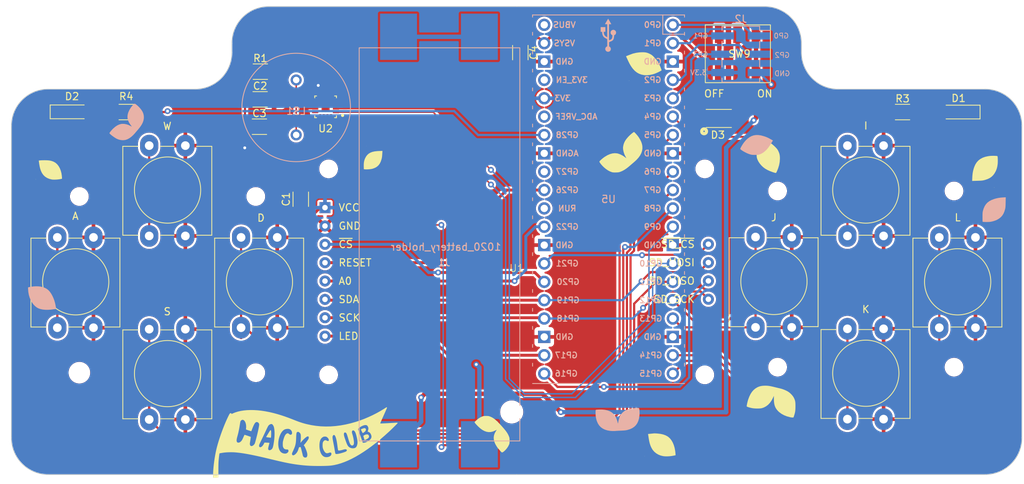
<source format=kicad_pcb>
(kicad_pcb (version 20240108) (generator "pcbnew") (generator_version "8.0")
  (layers (0 "F.Cu" signal) (31 "B.Cu" signal) (34 "B.Paste" user) (35 "F.Paste" user) (36 "B.SilkS" user "B.Silkscreen") (37 "F.SilkS" user "F.Silkscreen") (38 "B.Mask" user) (39 "F.Mask" user) (44 "Edge.Cuts" user))
  (net 0 "")
  (net 1 "+3V3")
  (net 2 "GND")
  (net 3 "Net-(D3-K)")
  (net 4 "Net-(D1-A)")
  (net 5 "Net-(D2-A)")
  (net 6 "Net-(D3-A)")
  (net 7 "Net-(J1-Pin_2)")
  (net 8 "Net-(J1-Pin_4)")
  (net 9 "Net-(U2-OUTN)")
  (net 10 "Net-(U2-OUTP)")
  (net 11 "LED_R")
  (net 12 "BTN_W")
  (net 13 "BTN_A")
  (net 14 "BTN_S")
  (net 15 "BTN_D")
  (net 16 "BTN_I")
  (net 17 "BTN_J")
  (net 18 "BTN_K")
  (net 19 "BTN_L")
  (net 20 "Net-(U2-~{SD_MODE})")
  (net 21 "LITE")
  (net 22 "MISO")
  (net 23 "SCK")
  (net 24 "MOSI")
  (net 25 "TFT_CS")
  (net 26 "CARD_CS")
  (net 27 "D{slash}C")
  (net 28 "RESET")
  (net 29 "DIN")
  (net 30 "unconnected-(SW9-A-Pad1)")
  (net 31 "LRCLK")
  (net 32 "BCLK")
  (net 33 "LED_L")
  (net 38 "+5V")
  (net 40 "GPIO0")
  (net 41 "GPIO1")
  (net 42 "GPIO2")
  (net 43 "GPIO3")
  (footprint "Button_Switch_THT:SW_PUSH-12mm_Wuerth-430476085716" (layer "F.Cu") (at 114.3 104.14 90)
    (property "Reference" "SW4" (hide yes))
    (property "Value" "D")
  )
  (footprint "fab:Diode_Schotky_100V_1A_Mini_SMA" (layer "F.Cu") (at 180.34 75.184)
    (property "Reference" "D3")
    (property "Value" "SD1206T020S1R0")
  )
  (footprint "local:QFN50P300X300X80-17N" (layer "F.Cu") (at 125.984 73.571 180)
    (property "Reference" "U2")
    (property "Value" "MAX98357AETE+")
  )
  (footprint "Button_Switch_THT:SW_PUSH-12mm_Wuerth-430476085716" (layer "F.Cu") (at 210.82 104.14 90)
    (property "Reference" "SW8" (hide yes))
    (property "Value" "L")
  )
  (footprint "Button_Switch_THT:SW_PUSH-12mm_Wuerth-430476085716" (layer "F.Cu") (at 101.6 116.84 90)
    (property "Reference" "SW3" (hide yes))
    (property "Value" "S")
  )
  (footprint "" (layer "F.Cu") (at 212.852 85.217)
    (property "Reference" "")
    (property "Value" "")
  )
  (footprint "graphics:hcflag" (layer "F.Cu") (at 123.19 120.015)
    (property "Reference" "G***" (hide yes))
    (property "Value" "LOGO" (hide yes))
  )
  (footprint "fab:C_1206" (layer "F.Cu") (at 116.935 72.5424)
    (property "Reference" "C2")
    (property "Value" "10uF")
  )
  (footprint "fab:C_1206" (layer "F.Cu") (at 122.555 86.36 90)
    (property "Reference" "C1")
    (property "Value" "1uF")
  )
  (footprint "" (layer "F.Cu") (at 91.948 110.363)
    (property "Reference" "")
    (property "Value" "")
  )
  (footprint "graphics:frontleaves" (layer "F.Cu") (at 152.4 93.98)
    (property "Reference" "G***" (hide yes))
    (property "Value" "LOGO" (hide yes))
  )
  (footprint "" (layer "F.Cu") (at 116.332 85.979)
    (property "Reference" "")
    (property "Value" "")
  )
  (footprint "fab:R_1206" (layer "F.Cu") (at 205.74 74.295)
    (property "Reference" "R3")
    (property "Value" "1k")
  )
  (footprint "" (layer "F.Cu") (at 188.468 109.601)
    (property "Reference" "")
    (property "Value" "")
  )
  (footprint "" (layer "F.Cu") (at 91.948 85.979)
    (property "Reference" "")
    (property "Value" "")
  )
  (footprint "Button_Switch_THT:SW_PUSH-12mm_Wuerth-430476085716" (layer "F.Cu") (at 198.12 91.44 90)
    (property "Reference" "SW5" (hide yes))
    (property "Value" "I")
  )
  (footprint "fab:R_1206" (layer "F.Cu") (at 116.967 68.707)
    (property "Reference" "R1")
    (property "Value" "1M")
  )
  (footprint "Button_Switch_THT:SW_PUSH-12mm_Wuerth-430476085716" (layer "F.Cu") (at 198.12 116.79 90)
    (property "Reference" "SW7" (hide yes))
    (property "Value" "K")
  )
  (footprint "graphics:sprout_dino" (layer "F.Cu") (at 218.44 121.92)
    (property "Reference" "G***" (hide yes))
    (property "Value" "LOGO" (hide yes))
  )
  (footprint "Button_Switch_THT:SW_PUSH-12mm_Wuerth-430476085716" (layer "F.Cu") (at 101.6 91.44 90)
    (property "Reference" "SW1" (hide yes))
    (property "Value" "W")
  )
  (footprint "" (layer "F.Cu") (at 116.332 110.363)
    (property "Reference" "")
    (property "Value" "")
  )
  (footprint "Button_Switch_THT:SW_PUSH-12mm_Wuerth-430476085716" (layer "F.Cu") (at 88.9 104.14 90)
    (property "Reference" "SW2" (hide yes))
    (property "Value" "A")
  )
  (footprint "" (layer "F.Cu") (at 212.852 109.601)
    (property "Reference" "")
    (property "Value" "")
  )
  (footprint "fab:LED_1206" (layer "F.Cu") (at 91.0148 74.2696)
    (property "Reference" "D2")
    (property "Value" "L_LED")
  )
  (footprint "fab:C_1206" (layer "F.Cu") (at 116.84 76.327)
    (property "Reference" "C3")
    (property "Value" "0.1uF")
  )
  (footprint "fab:C_1206" (layer "F.Cu") (at 152.908 66.072 -90)
    (property "Reference" "C4")
    (property "Value" "1uF")
  )
  (footprint "slideSWSMD:slideswitchCK" (layer "F.Cu") (at 178.475 62.23)
    (property "Reference" "SW9")
    (property "Value" "Slideswitch")
  )
  (footprint "fab:LED_1206" (layer "F.Cu") (at 213.36 74.295 180)
    (property "Reference" "D1")
    (property "Value" "R_LED")
  )
  (footprint "Button_Switch_THT:SW_PUSH-12mm_Wuerth-430476085716" (layer "F.Cu") (at 185.42 104.09 90)
    (property "Reference" "SW6" (hide yes))
    (property "Value" "J")
  )
  (footprint "graphics:spriglogo" (layer "F.Cu") (at 137.16 66.675)
    (property "Reference" "G***" (hide yes))
    (property "Value" "LOGO" (hide yes))
  )
  (footprint "fab:R_1206" (layer "F.Cu") (at 98.425 74.295 180)
    (property "Reference" "R4")
    (property "Value" "1k")
  )
  (footprint "sprig:TFT_MSP1803" (layer "F.Cu") (at 152.4 96.411051)
    (property "Reference" "U1")
    (property "Value" "~")
  )
  (footprint "" (layer "F.Cu") (at 188.468 85.217)
    (property "Reference" "")
    (property "Value" "")
  )
  (footprint "fab:CVS-1508" (layer "B.Cu") (at 121.92 73.66)
    (property "Reference" "LS1")
    (property "Value" "Speaker")
  )
  (footprint "fab:PinHeader_2x03_P2.54mm_Vertical_SMD" (layer "B.Cu") (at 183.388 66.294 180)
    (property "Reference" "J2")
    (property "Value" "Conn_PinHeader_2x03_P2.54mm_Vertical_SMD")
  )
  (footprint "graphics:happyhacking" (layer "B.Cu") (at 202 121.92 180)
    (property "Reference" "G***" (hide yes))
    (property "Value" "LOGO" (hide yes))
  )
  (footprint "footprints:usb" (layer "B.Cu") (at 165.1 63.5 180)
    (property "Reference" "Ref**" (hide yes))
    (property "Value" "Val**" (hide yes))
  )
  (footprint "local:1022" (layer "B.Cu") (at 143.51 94.2086 90)
    (property "Reference" "J1")
    (property "Value" "1020_battery_holder")
  )
  (footprint "graphics:backleaves" (layer "B.Cu") (at 152.908 91.948 180)
    (property "Reference" "G***" (hide yes))
    (property "Value" "LOGO" (hide yes))
  )
  (footprint "graphics:hackaf" (layer "B.Cu") (at 100 121.412 180)
    (property "Reference" "G***" (hide yes))
    (property "Value" "LOGO" (hide yes))
  )
  (footprint "graphics:oshlogo" (layer "B.Cu") (at 117 121.412 180)
    (property "Reference" "G***" (hide yes))
    (property "Value" "LOGO" (hide yes))
  )
  (footprint "fab:RPi_Pico_SMD_TH_mod" (layer "B.Cu") (at 165.1 86.36 180)
    (property "Reference" "U5")
    (property "Value" "Pico")
  )
  (gr_circle (center 178.308 76.962) (end 178.408 76.962) (stroke (width 0.45)) (fill none) (layer "F.SilkS"))
  (gr_line (start 196.850002 71.120002) (end 217.17 71.12) (stroke (width 0.1)) (layer "Edge.Cuts"))
  (gr_line (start 118.11 59.69) (end 152.4 59.69) (stroke (width 0.1)) (layer "Edge.Cuts"))
  (gr_line (start 186.69 59.69) (end 152.4 59.69) (stroke (width 0.1)) (layer "Edge.Cuts"))
  (gr_arc (start 87.63 124.46) (mid 84.037898 122.972102) (end 82.55 119.38) (stroke (width 0.1)) (layer "Edge.Cuts"))
  (gr_line (start 87.63 71.12) (end 107.950002 71.120002) (stroke (width 0.1)) (layer "Edge.Cuts"))
  (gr_line (start 152.4 124.46) (end 217.17 124.46) (stroke (width 0.1)) (layer "Edge.Cuts"))
  (gr_line (start 222.25 119.38) (end 222.25 76.2) (stroke (width 0.1)) (layer "Edge.Cuts"))
  (gr_line (start 191.77 64.77) (end 191.770002 66.040002) (stroke (width 0.1)) (layer "Edge.Cuts"))
  (gr_arc (start 222.25 119.38) (mid 220.762102 122.972102) (end 217.17 124.46) (stroke (width 0.1)) (layer "Edge.Cuts"))
  (gr_line (start 113.03 64.77) (end 113.030002 66.040002) (stroke (width 0.1)) (layer "Edge.Cuts"))
  (gr_arc (start 113.030002 66.040002) (mid 111.542104 69.632104) (end 107.950002 71.120002) (stroke (width 0.1)) (layer "Edge.Cuts"))
  (gr_arc (start 186.69 59.69) (mid 190.282102 61.177898) (end 191.77 64.77) (stroke (width 0.1)) (layer "Edge.Cuts"))
  (gr_arc (start 196.850002 71.120002) (mid 193.2579 69.632104) (end 191.770002 66.040002) (stroke (width 0.1)) (layer "Edge.Cuts"))
  (gr_arc (start 217.17 71.12) (mid 220.762102 72.607898) (end 222.25 76.2) (stroke (width 0.1)) (layer "Edge.Cuts"))
  (gr_line (start 82.55 76.2) (end 82.55 119.38) (stroke (width 0.1)) (layer "Edge.Cuts"))
  (gr_arc (start 82.55 76.2) (mid 84.037898 72.607898) (end 87.63 71.12) (stroke (width 0.1)) (layer "Edge.Cuts"))
  (gr_arc (start 113.03 64.77) (mid 114.517898 61.177898) (end 118.11 59.69) (stroke (width 0.1)) (layer "Edge.Cuts"))
  (gr_line (start 152.4 124.46) (end 87.63 124.46) (stroke (width 0.1)) (layer "Edge.Cuts"))
  (gr_text "3.3V" (at 177.546 68.834 0) (layer "B.SilkS") (effects (font (size 0.7 0.7) (thickness 0.1)) (justify mirror)))
  (gr_text "GND" (at 189.103 68.961 0) (layer "B.SilkS") (effects (font (size 0.7 0.7) (thickness 0.1)) (justify mirror)))
  (gr_text "GP0" (at 171.196 62.23 0) (layer "B.SilkS") (effects (font (size 0.8 0.8)) (justify mirror)))
  (gr_text "GP3" (at 177.8 66.294 0) (layer "B.SilkS") (effects (font (size 0.7 0.7) (thickness 0.1)) (justify mirror)))
  (gr_text "GP2" (at 189.103 66.421 0) (layer "B.SilkS") (effects (font (size 0.7 0.7) (thickness 0.1)) (justify mirror)))
  (gr_text "GP1" (at 177.8 63.754 0) (layer "B.SilkS") (effects (font (size 0.7 0.7) (thickness 0.1)) (justify mirror)))
  (gr_text "GP0" (at 188.976 63.754 0) (layer "B.SilkS") (effects (font (size 0.7 0.7) (thickness 0.1)) (justify mirror)))
  (gr_text "OFF\n" (at 179.705 71.755 0) (layer "F.SilkS") (effects (font (size 1 1))))
  (gr_text "ON\n" (at 186.69 71.755 0) (layer "F.SilkS") (effects (font (size 1 1))))
  (segment (start 125.234 72.136) (end 125.476 72.136) (width 0.3) (layer "F.Cu") (net 1))
  (segment (start 114.84 72.6374) (end 114.935 72.5424) (width 0.3) (layer "F.Cu") (net 1))
  (segment (start 125.476 72.136) (end 124.968 71.628) (width 0.3) (layer "F.Cu") (net 1))
  (segment (start 125.476 72.136) (end 125.734 72.136) (width 0.3) (layer "F.Cu") (net 1))
  (segment (start 124.968 71.628) (end 124.968 70.612) (width 0.3) (layer "F.Cu") (net 1))
  (segment (start 114.935 69.2912) (end 114.935 72.5424) (width 0.3) (layer "F.Cu") (net 1))
  (segment (start 122.555 88.36) (end 124.39 88.36) (width 0.4) (layer "F.Cu") (net 1))
  (segment (start 125.228949 87.521051) (end 125.9 87.521051) (width 0.4) (layer "F.Cu") (net 1))
  (segment (start 114.84 76.2) (end 114.84 72.6374) (width 0.3) (layer "F.Cu") (net 1))
  (segment (start 114.84 76.2) (end 114.84 79.216) (width 0.3) (layer "F.Cu") (net 1))
  (segment (start 124.39 88.36) (end 125.228949 87.521051) (width 0.4) (layer "F.Cu") (net 1))
  (segment (start 114.84 79.216) (end 114.808 79.248) (width 0.3) (layer "F.Cu") (net 1))
  (via (at 124.968 70.612) (size 0.8) (drill 0.4) (layers "F.Cu" "B.Cu") (net 1))
  (via (at 114.808 79.248) (size 0.8) (drill 0.4) (layers "F.Cu" "B.Cu") (net 1))
  (segment (start 126.234 75.006) (end 126.234 76.474757) (width 0.2) (layer "F.Cu") (net 2))
  (segment (start 118.84 76.2) (end 118.84 72.6374) (width 0.6) (layer "F.Cu") (net 2))
  (segment (start 124.549 73.821) (end 123.283 73.821) (width 0.2) (layer "F.Cu") (net 2))
  (segment (start 127.419 73.821) (end 128.871 73.821) (width 0.2) (layer "F.Cu") (net 2))
  (segment (start 127.419 73.321) (end 127.419 73.821) (width 0.2) (layer "F.Cu") (net 2))
  (segment (start 118.84 72.6374) (end 118.935 72.5424) (width 0.6) (layer "F.Cu") (net 2))
  (segment (start 123.283 73.821) (end 122.936 74.168) (width 0.2) (layer "F.Cu") (net 2))
  (via (at 187.579 70.485) (size 0.8) (drill 0.4) (layers "F.Cu" "B.Cu") (net 2))
  (via (at 146.812 109.22) (size 0.8) (drill 0.4) (layers "F.Cu" "B.Cu") (net 2))
  (segment (start 147.244 109.652) (end 146.812 109.22) (width 0.6) (layer "B.Cu") (net 2))
  (segment (start 185.151 68.834) (end 185.928 68.834) (width 0.3) (layer "B.Cu") (net 2))
  (segment (start 185.928 68.834) (end 187.579 70.485) (width 0.3) (layer "B.Cu") (net 2))
  (segment (start 147.244 120.269) (end 147.244 109.652) (width 0.6) (layer "B.Cu") (net 2))
  (segment (start 153.606 64.77) (end 152.908 64.072) (width 0.3) (layer "F.Cu") (net 3))
  (segment (start 156.21 64.77) (end 157.46 63.52) (width 0.4) (layer "F.Cu") (net 3))
  (segment (start 178.308 74.802) (end 178.69 75.184) (width 0.4) (layer "F.Cu") (net 3))
  (segment (start 174.772 63.52) (end 178.308 67.056) (width 0.4) (layer "F.Cu") (net 3))
  (segment (start 178.308 67.056) (end 178.308 74.802) (width 0.4) (layer "F.Cu") (net 3))
  (segment (start 155.512 64.072) (end 156.21 64.77) (width 0.3) (layer "F.Cu") (net 3))
  (segment (start 152.908 64.072) (end 155.512 64.072) (width 0.3) (layer "F.Cu") (net 3))
  (segment (start 157.46 63.52) (end 174.772 63.52) (width 0.4) (layer "F.Cu") (net 3))
  (segment (start 207.74 74.295) (end 211.36 74.295) (width 0.3) (layer "F.Cu") (net 4))
  (segment (start 96.425 74.295) (end 93.0402 74.295) (width 0.3) (layer "F.Cu") (net 5))
  (segment (start 93.0402 74.295) (end 93.0148 74.2696) (width 0.3) (layer "F.Cu") (net 5))
  (segment (start 182.9454 68.961) (end 182.9454 74.2286) (width 0.4) (layer "F.Cu") (net 6))
  (segment (start 182.9454 74.2286) (end 181.99 75.184) (width 0.4) (layer "F.Cu") (net 6))
  (segment (start 182.715 69.1914) (end 182.9454 68.961) (width 0.4) (layer "F.Cu") (net 6))
  (segment (start 182.9454 68.961) (end 182.9454 63.5) (width 0.6) (layer "F.Cu") (net 6))
  (segment (start 136.068 63.881) (end 147.244 63.881) (width 0.6) (layer "B.Cu") (net 7))
  (segment (start 185.4854 68.961) (end 185.4854 63.5) (width 0.6) (layer "F.Cu") (net 8))
  (segment (start 185.4854 68.961) (end 185.4854 75.1186) (width 0.6) (layer "F.Cu") (net 8))
  (segment (start 185.4854 75.1186) (end 185.166 75.438) (width 0.6) (layer "F.Cu") (net 8))
  (segment (start 155.956 113.284) (end 150.368 113.284) (width 0.6) (layer "F.Cu") (net 8))
  (segment (start 139.7 113.284) (end 139.192 113.792) (width 0.6) (layer "F.Cu") (net 8))
  (segment (start 158.496 115.824) (end 155.956 113.284) (width 0.6) (layer "F.Cu") (net 8))
  (segment (start 150.368 113.284) (end 139.7 113.284) (width 0.6) (layer "F.Cu") (net 8))
  (via (at 185.166 75.438) (size 0.8) (drill 0.4) (layers "F.Cu" "B.Cu") (net 8))
  (via (at 139.192 113.792) (size 0.8) (drill 0.4) (layers "F.Cu" "B.Cu") (net 8))
  (via (at 158.496 115.824) (size 0.8) (drill 0.4) (layers "F.Cu" "B.Cu") (net 8))
  (segment (start 181.356 79.248) (end 185.166 75.438) (width 0.6) (layer "B.Cu") (net 8))
  (segment (start 139.192 113.792) (end 139.192 117.145) (width 0.6) (layer "B.Cu") (net 8))
  (segment (start 158.496 115.824) (end 181.356 115.824) (width 0.6) (layer "B.Cu") (net 8))
  (segment (start 181.356 115.824) (end 181.356 79.248) (width 0.6) (layer "B.Cu") (net 8))
  (segment (start 139.192 117.145) (end 136.068 120.269) (width 0.6) (layer "B.Cu") (net 8))
  (segment (start 121.92 73.66) (end 121.92 77.46) (width 0.2) (layer "F.Cu") (net 9))
  (segment (start 122.259 73.321) (end 121.92 73.66) (width 0.2) (layer "F.Cu") (net 9))
  (segment (start 124.549 73.321) (end 122.259 73.321) (width 0.2) (layer "F.Cu") (net 9))
  (segment (start 122.605 72.821) (end 121.92 72.136) (width 0.2) (layer "F.Cu") (net 10))
  (segment (start 121.92 72.136) (end 121.92 69.86) (width 0.2) (layer "F.Cu") (net 10))
  (segment (start 124.549 72.821) (end 122.605 72.821) (width 0.2) (layer "F.Cu") (net 10))
  (segment (start 197.993 74.295) (end 194.564 77.724) (width 0.25) (layer "F.Cu") (net 11))
  (segment (start 173.99 74.93) (end 176.784 77.724) (width 0.25) (layer "F.Cu") (net 11))
  (segment (start 203.74 74.295) (end 197.993 74.295) (width 0.25) (layer "F.Cu") (net 11))
  (segment (start 177.8 77.724) (end 194.564 77.724) (width 0.25) (layer "F.Cu") (net 11))
  (segment (start 176.784 77.724) (end 177.8 77.724) (width 0.25) (layer "F.Cu") (net 11))
  (segment (start 166.624 115.824) (end 164.084 118.364) (width 0.3) (layer "F.Cu") (net 12))
  (segment (start 173.99 77.47) (end 166.624 84.836) (width 0.3) (layer "F.Cu") (net 12))
  (segment (start 116.332 104.830572) (end 116.332 90.424) (width 0.3) (layer "F.Cu") (net 12))
  (segment (start 112.776 86.868) (end 101.6 86.868) (width 0.3) (layer "F.Cu") (net 12))
  (segment (start 166.624 84.836) (end 166.624 115.824) (width 0.3) (layer "F.Cu") (net 12))
  (segment (start 101.6 78.94) (end 101.6 86.868) (width 0.3) (layer "F.Cu") (net 12))
  (segment (start 164.084 118.364) (end 127.960428 118.364) (width 0.3) (layer "F.Cu") (net 12))
  (segment (start 116.332 90.424) (end 112.776 86.868) (width 0.3) (layer "F.Cu") (net 12))
  (segment (start 120.51452 109.013093) (end 116.332 104.830572) (width 0.3) (layer "F.Cu") (net 12))
  (segment (start 101.6 86.868) (end 101.6 91.44) (width 0.3) (layer "F.Cu") (net 12))
  (segment (start 127.960428 118.364) (end 120.51452 110.918092) (width 0.3) (layer "F.Cu") (net 12))
  (segment (start 120.51452 110.918092) (end 120.51452 109.013093) (width 0.3) (layer "F.Cu") (net 12))
  (segment (start 164.608978 119.363022) (end 113.267022 119.363022) (width 0.3) (layer "F.Cu") (net 13))
  (segment (start 88.9 91.64) (end 88.9 104.14) (width 0.3) (layer "F.Cu") (net 13))
  (segment (start 167.64 93.757456) (end 167.64 116.332) (width 0.3) (layer "F.Cu") (net 13))
  (segment (start 113.267022 119.363022) (end 104.14 110.236) (width 0.3) (layer "F.Cu") (net 13))
  (segment (start 88.9 99.06) (end 102.616 99.06) (width 0.3) (layer "F.Cu") (net 13))
  (segment (start 173.99 82.55) (end 168.123001 88.416999) (width 0.3) (layer "F.Cu") (net 13))
  (segment (start 88.9 91.64) (end 88.9 99.06) (width 0.3) (layer "F.Cu") (net 13))
  (segment (start 102.616 99.06) (end 104.14 100.584) (width 0.3) (layer "F.Cu") (net 13))
  (segment (start 168.123001 88.416999) (end 168.123001 93.274455) (width 0.3) (layer "F.Cu") (net 13))
  (segment (start 104.14 110.236) (end 104.14 100.584) (width 0.3) (layer "F.Cu") (net 13))
  (segment (start 167.64 116.332) (end 164.608978 119.363022) (width 0.3) (layer "F.Cu") (net 13))
  (segment (start 88.9 99.06) (end 88.9 100.076) (width 0.3) (layer "F.Cu") (net 13))
  (segment (start 168.123001 93.274455) (end 167.64 93.757456) (width 0.3) (layer "F.Cu") (net 13))
  (segment (start 173.99 85.09) (end 168.622512 90.457488) (width 0.3) (layer "F.Cu") (net 14))
  (segment (start 168.622512 93.48136) (end 168.139511 93.96436) (width 0.3) (layer "F.Cu") (net 14))
  (segment (start 101.6 104.34) (end 101.6 116.84) (width 0.3) (layer "F.Cu") (net 14))
  (segment (start 168.622512 90.457488) (end 168.622512 93.48136) (width 0.3) (layer "F.Cu") (net 14))
  (segment (start 168.139511 116.538905) (end 164.798905 119.879511) (width 0.3) (layer "F.Cu") (net 14))
  (segment (start 164.798905 119.879511) (end 104.639511 119.879511) (width 0.3) (layer "F.Cu") (net 14))
  (segment (start 101.6 111.76) (end 101.6 116.84) (width 0.3) (layer "F.Cu") (net 14))
  (segment (start 168.139511 93.96436) (end 168.139511 116.538905) (width 0.3) (layer "F.Cu") (net 14))
  (segment (start 104.639511 119.879511) (end 101.6 116.84) (width 0.3) (layer "F.Cu") (net 14))
  (segment (start 114.935 104.14) (end 114.3 104.14) (width 0.3) (layer "F.Cu") (net 15))
  (segment (start 114.3 91.64) (end 114.3 104.14) (width 0.3) (layer "F.Cu") (net 15))
  (segment (start 167.3735 92.964) (end 167.132 93.2055) (width 0.3) (layer "F.Cu") (net 15))
  (segment (start 164.290905 118.863511) (end 127.753511 118.863511) (width 0.3) (layer "F.Cu") (net 15))
  (segment (start 114.3 105.588381) (end 114.3 104.14) (width 0.3) (layer "F.Cu") (net 15))
  (segment (start 127.753511 118.863511) (end 120.015 111.125) (width 0.3) (layer "F.Cu") (net 15))
  (segment (start 167.132 116.022416) (end 164.290905 118.863511) (width 0.3) (layer "F.Cu") (net 15))
  (segment (start 167.132 93.2055) (end 167.132 116.022416) (width 0.3) (layer "F.Cu") (net 15))
  (segment (start 120.015 111.125) (end 120.015 109.22) (width 0.3) (layer "F.Cu") (net 15))
  (segment (start 120.015 109.22) (end 114.935 104.14) (width 0.3) (layer "F.Cu") (net 15))
  (via (at 167.3735 92.964) (size 0.8) (drill 0.4) (layers "F.Cu" "B.Cu") (net 15))
  (segment (start 173.99 87.63) (end 168.656 92.964) (width 0.3) (layer "B.Cu") (net 15))
  (segment (start 168.656 92.964) (end 167.3735 92.964) (width 0.3) (layer "B.Cu") (net 15))
  (segment (start 182.95 89.846) (end 182.95 101.85) (width 0.3) (layer "F.Cu") (net 16))
  (segment (start 198.12 84.836) (end 198.12 78.94) (width 0.3) (layer "F.Cu") (net 16))
  (segment (start 184.912 87.884) (end 182.95 89.846) (width 0.3) (layer "F.Cu") (net 16))
  (segment (start 198.12 87.884) (end 184.912 87.884) (width 0.3) (layer "F.Cu") (net 16))
  (segment (start 181.5 103.3) (end 176.96 103.3) (width 0.3) (layer "F.Cu") (net 16))
  (segment (start 173.99 100.33) (end 173.99 100.21) (width 0.25) (layer "F.Cu") (net 16))
  (segment (start 176.96 103.3) (end 173.99 100.33) (width 0.3) (layer "F.Cu") (net 16))
  (segment (start 198.12 87.884) (end 198.12 84.836) (width 0.3) (layer "F.Cu") (net 16))
  (segment (start 173.99 100.21) (end 174.35 99.85) (width 0.25) (layer "F.Cu") (net 16))
  (segment (start 182.95 101.85) (end 181.5 103.3) (width 0.3) (layer "F.Cu") (net 16))
  (segment (start 198.12 91.44) (end 198.12 87.884) (width 0.3) (layer "F.Cu") (net 16))
  (segment (start 175.21 104.09) (end 173.99 102.87) (width 0.3) (layer "F.Cu") (net 17))
  (segment (start 185.42 91.59) (end 185.42 104.09) (width 0.3) (layer "F.Cu") (net 17))
  (segment (start 185.42 104.09) (end 175.21 104.09) (width 0.3) (layer "F.Cu") (net 17))
  (segment (start 198.12 112.776) (end 198.12 116.79) (width 0.3) (layer "F.Cu") (net 18))
  (segment (start 180.594 107.95) (end 173.99 107.95) (width 0.3) (layer "F.Cu") (net 18))
  (segment (start 198.12 108.204) (end 198.12 112.776) (width 0.3) (layer "F.Cu") (net 18))
  (segment (start 198.12 112.776) (end 185.42 112.776) (width 0.3) (layer "F.Cu") (net 18))
  (segment (start 198.12 104.29) (end 198.12 108.204) (width 0.3) (layer "F.Cu") (net 18))
  (segment (start 185.42 112.776) (end 180.594 107.95) (width 0.3) (layer "F.Cu") (net 18))
  (segment (start 180.358 108.73) (end 191.516 119.888) (width 0.3) (layer "F.Cu") (net 19))
  (segment (start 208.915 107.95) (end 210.82 106.045) (width 0.3) (layer "F.Cu") (net 19))
  (segment (start 210.82 91.64) (end 210.82 104.14) (width 0.3) (layer "F.Cu") (net 19))
  (segment (start 173.99 110.49) (end 175.75 108.73) (width 0.3) (layer "F.Cu") (net 19))
  (segment (start 210.82 106.045) (end 210.82 104.14) (width 0.3) (layer "F.Cu") (net 19))
  (segment (start 191.516 119.888) (end 203.962 119.888) (width 0.3) (layer "F.Cu") (net 19))
  (segment (start 175.75 108.73) (end 180.358 108.73) (width 0.3) (layer "F.Cu") (net 19))
  (segment (start 208.915 114.935) (end 208.915 107.95) (width 0.3) (layer "F.Cu") (net 19))
  (segment (start 203.962 119.888) (end 208.915 114.935) (width 0.3) (layer "F.Cu") (net 19))
  (segment (start 128.347 72.821) (end 128.524 72.644) (width 0.2) (layer "F.Cu") (net 20))
  (segment (start 119.634 68.326) (end 118.935 69.025) (width 0.2) (layer "F.Cu") (net 20))
  (segment (start 127.419 72.821) (end 128.347 72.821) (width 0.2) (layer "F.Cu") (net 20))
  (segment (start 128.524 72.644) (end 128.524 71.374) (width 0.2) (layer "F.Cu") (net 20))
  (segment (start 118.935 69.025) (end 118.935 69.2912) (width 0.2) (layer "F.Cu") (net 20))
  (segment (start 128.524 71.374) (end 125.476 68.326) (width 0.2) (layer "F.Cu") (net 20))
  (segment (start 125.476 68.326) (end 119.634 68.326) (width 0.2) (layer "F.Cu") (net 20))
  (segment (start 142.95 107.95) (end 156.21 107.95) (width 0.4) (layer "F.Cu") (net 21))
  (segment (start 140.301051 105.301051) (end 142.95 107.95) (width 0.4) (layer "F.Cu") (net 21))
  (segment (start 125.9 105.301051) (end 140.301051 105.301051) (width 0.4) (layer "F.Cu") (net 21))
  (segment (start 164.45 112.33) (end 158.05 112.33) (width 0.3) (layer "F.Cu") (net 22))
  (segment (start 158.05 112.33) (end 156.21 110.49) (width 0.3) (layer "F.Cu") (net 22))
  (via (at 164.45 112.33) (size 0.8) (drill 0.4) (layers "F.Cu" "B.Cu") (net 22))
  (segment (start 176.24 100.321051) (end 176.24 111.02) (width 0.3) (layer "B.Cu") (net 22))
  (segment (start 176.24 111.02) (end 174.93 112.33) (width 0.3) (layer "B.Cu") (net 22))
  (segment (start 178.9 97.661051) (end 176.24 100.321051) (width 0.3) (layer "B.Cu") (net 22))
  (segment (start 174.93 112.33) (end 164.45 112.33) (width 0.3) (layer "B.Cu") (net 22))
  (segment (start 169.875 101.385) (end 172.13 99.13) (width 0.3) (layer "F.Cu") (net 23))
  (segment (start 125.9 102.761051) (end 125.9 102.9) (width 0.4) (layer "F.Cu") (net 23))
  (segment (start 156.101051 102.761051) (end 156.21 102.87) (width 0.4) (layer "F.Cu") (net 23))
  (segment (start 177.828949 99.13) (end 178.9 100.201051) (width 0.3) (layer "F.Cu") (net 23))
  (segment (start 125.9 102.761051) (end 156.101051 102.761051) (width 0.4) (layer "F.Cu") (net 23))
  (segment (start 125.9 102.9) (end 126 103) (width 0.4) (layer "F.Cu") (net 23))
  (segment (start 172.13 99.13) (end 177.828949 99.13) (width 0.3) (layer "F.Cu") (net 23))
  (via (at 169.875 101.385) (size 0.8) (drill 0.4) (layers "F.Cu" "B.Cu") (net 23))
  (segment (start 169.875 101.385) (end 169.875 101.435) (width 0.3) (layer "B.Cu") (net 23))
  (segment (start 169.875 101.435) (end 168.44 102.87) (width 0.3) (layer "B.Cu") (net 23))
  (segment (start 168.44 102.87) (end 156.21 102.87) (width 0.3) (layer "B.Cu") (net 23))
  (segment (start 126.008949 100.33) (end 125.9 100.221051) (width 0.4) (layer "F.Cu") (net 24))
  (segment (start 178.9 95.121051) (end 177.571051 96.45) (width 0.3) (layer "F.Cu") (net 24))
  (segment (start 170.92 96.45) (end 169.66 97.71) (width 0.3) (layer "F.Cu") (net 24))
  (segment (start 177.571051 96.45) (end 170.92 96.45) (width 0.3) (layer "F.Cu") (net 24))
  (segment (start 156.21 100.33) (end 126.008949 100.33) (width 0.4) (layer "F.Cu") (net 24))
  (segment (start 156.21 100.33) (end 156.47 100.33) (width 0.4) (layer "F.Cu") (net 24))
  (segment (start 156.47 100.33) (end 156.6 100.2) (width 0.4) (layer "F.Cu") (net 24))
  (via (at 169.66 97.71) (size 0.8) (drill 0.4) (layers "F.Cu" "B.Cu") (net 24))
  (segment (start 169.66 97.71) (end 167.04 100.33) (width 0.3) (layer "B.Cu") (net 24))
  (segment (start 167.04 100.33) (end 156.21 100.33) (width 0.3) (layer "B.Cu") (net 24))
  (segment (start 154.92 96.5) (end 156.21 97.79) (width 0.4) (layer "F.Cu") (net 25))
  (segment (start 141.54 96.5) (end 154.92 96.5) (width 0.4) (layer "F.Cu") (net 25))
  (via (at 141.54 96.5) (size 0.8) (drill 0.4) (layers "F.Cu" "B.Cu") (net 25))
  (segment (start 141.54 96.5) (end 140.24 96.5) (width 0.4) (layer "B.Cu") (net 25))
  (segment (start 136.341051 92.601051) (end 125.9 92.601051) (width 0.4) (layer "B.Cu") (net 25))
  (segment (start 140.24 96.5) (end 136.341051 92.601051) (width 0.4) (layer "B.Cu") (net 25))
  (segment (start 177.431051 94.05) (end 169.78 94.05) (width 0.3) (layer "F.Cu") (net 26))
  (segment (start 169.78 94.05) (end 169.73 94.1) (width 0.3) (layer "F.Cu") (net 26))
  (segment (start 178.9 92.581051) (end 177.431051 94.05) (width 0.3) (layer "F.Cu") (net 26))
  (via (at 169.73 94.1) (size 0.8) (drill 0.4) (layers "F.Cu" "B.Cu") (net 26))
  (segment (start 169.73 94.1) (end 157.36 94.1) (width 0.3) (layer "B.Cu") (net 26))
  (segment (start 157.36 94.1) (end 156.21 95.25) (width 0.3) (layer "B.Cu") (net 26))
  (segment (start 125.9 97.681051) (end 152.108949 97.681051) (width 0.4) (layer "F.Cu") (net 27))
  (segment (start 152.108949 97.681051) (end 152.11 97.68) (width 0.4) (layer "F.Cu") (net 27))
  (segment (start 126.481051 97.681051) (end 126.5 97.7) (width 0.4) (layer "F.Cu") (net 27))
  (segment (start 125.9 97.681051) (end 126.481051 97.681051) (width 0.4) (layer "F.Cu") (net 27))
  (via (at 152.11 97.68) (size 0.8) (drill 0.4) (layers "F.Cu" "B.Cu") (net 27))
  (segment (start 152.11 97.68) (end 153.66 96.13) (width 0.4) (layer "B.Cu") (net 27))
  (segment (start 153.66 96.13) (end 153.66 91.5) (width 0.4) (layer "B.Cu") (net 27))
  (segment (start 154.99 90.17) (end 156.21 90.17) (width 0.4) (layer "B.Cu") (net 27))
  (segment (start 153.66 91.5) (end 154.99 90.17) (width 0.4) (layer "B.Cu") (net 27))
  (segment (start 151.01 85.09) (end 156.21 85.09) (width 0.4) (layer "F.Cu") (net 28))
  (segment (start 125.758949 95.141051) (end 125.7 95.2) (width 0.4) (layer "F.Cu") (net 28))
  (segment (start 125.9 95.141051) (end 125.758949 95.141051) (width 0.4) (layer "F.Cu") (net 28))
  (segment (start 148.9 87.2) (end 151.01 85.09) (width 0.4) (layer "F.Cu") (net 28))
  (segment (start 155.702 85.09) (end 156.21 85.09) (width 0.3) (layer "F.Cu") (net 28))
  (segment (start 148.9 93) (end 148.9 87.2) (width 0.4) (layer "F.Cu") (net 28))
  (segment (start 146.758949 95.141051) (end 148.9 93) (width 0.4) (layer "F.Cu") (net 28))
  (segment (start 125.9 95.141051) (end 146.758949 95.141051) (width 0.4) (layer "F.Cu") (net 28))
  (segment (start 127.419 74.321) (end 140.869 74.321) (width 0.2) (layer "F.Cu") (net 29))
  (segment (start 140.869 74.321) (end 148.844 82.296) (width 0.2) (layer "F.Cu") (net 29))
  (via (at 148.844 82.296) (size 0.8) (drill 0.4) (layers "F.Cu" "B.Cu") (net 29))
  (segment (start 148.844 82.296) (end 151.384 84.836) (width 0.2) (layer "B.Cu") (net 29))
  (segment (start 160.02 113.284) (end 170.688 102.616) (width 0.2) (layer "B.Cu") (net 29))
  (segment (start 151.384 84.836) (end 151.384 111.195006) (width 0.2) (layer "B.Cu") (net 29))
  (segment (start 170.688 93.472) (end 173.99 90.17) (width 0.2) (layer "B.Cu") (net 29))
  (segment (start 170.688 102.616) (end 170.688 93.472) (width 0.2) (layer "B.Cu") (net 29))
  (segment (start 151.384 111.195006) (end 153.472994 113.284) (width 0.2) (layer "B.Cu") (net 29))
  (segment (start 153.472994 113.284) (end 160.02 113.284) (width 0.2) (layer "B.Cu") (net 29))
  (segment (start 180.4054 68.961) (end 180.4054 63.5) (width 0.6) (layer "F.Cu") (net 30))
  (segment (start 137.668 89.916) (end 141.986 89.916) (width 0.2) (layer "F.Cu") (net 31))
  (segment (start 173.99 97.79) (end 171.67 97.79) (width 0.3) (layer "F.Cu") (net 31))
  (segment (start 164.988832 120.396) (end 142.274477 120.396) (width 0.3) (layer "F.Cu") (net 31))
  (segment (start 125.734 77.982) (end 137.668 89.916) (width 0.2) (layer "F.Cu") (net 31))
  (segment (start 168.639022 116.74581) (end 164.988832 120.396) (width 0.3) (layer "F.Cu") (net 31))
  (segment (start 142.274477 120.396) (end 142.007977 120.6625) (width 0.3) (layer "F.Cu") (net 31))
  (segment (start 125.734 75.006) (end 125.734 77.982) (width 0.2) (layer "F.Cu") (net 31))
  (segment (start 142.165521 120.820044) (end 142.007977 120.6625) (width 0.2) (layer "F.Cu") (net 31))
  (segment (start 168.639022 100.820978) (end 168.639022 116.74581) (width 0.3) (layer "F.Cu") (net 31))
  (segment (start 171.67 97.79) (end 168.639022 100.820978) (width 0.3) (layer "F.Cu") (net 31))
  (via (at 142.007977 120.6625) (size 0.8) (drill 0.4) (layers "F.Cu" "B.Cu") (net 31))
  (via (at 141.986 89.916) (size 0.8) (drill 0.4) (layers "F.Cu" "B.Cu") (net 31))
  (segment (start 142.007977 120.6625) (end 142.24 120.430477) (width 0.2) (layer "B.Cu") (net 31))
  (segment (start 142.24 90.17) (end 141.986 89.916) (width 0.2) (layer "B.Cu") (net 31))
  (segment (start 142.24 120.430477) (end 142.24 90.17) (width 0.2) (layer "B.Cu") (net 31))
  (segment (start 126.734 75.934) (end 127 76.2) (width 0.2) (layer "F.Cu") (net 32))
  (segment (start 126.734 75.006) (end 126.734 75.934) (width 0.2) (layer "F.Cu") (net 32))
  (segment (start 127 76.2) (end 140.716 76.2) (width 0.2) (layer "F.Cu") (net 32))
  (segment (start 140.716 76.2) (end 148.844 84.328) (width 0.2) (layer "F.Cu") (net 32))
  (via (at 148.844 84.328) (size 0.8) (drill 0.4) (layers "F.Cu" "B.Cu") (net 32))
  (segment (start 171.196 96.012) (end 171.958 95.25) (width 0.2) (layer "B.Cu") (net 32))
  (segment (start 150.876 86.36) (end 150.876 111.252) (width 0.2) (layer "B.Cu") (net 32))
  (segment (start 171.958 95.25) (end 173.99 95.25) (width 0.2) (layer "B.Cu") (net 32))
  (segment (start 148.844 84.328) (end 150.876 86.36) (width 0.2) (layer "B.Cu") (net 32))
  (segment (start 160.528 113.792) (end 171.196 103.124) (width 0.2) (layer "B.Cu") (net 32))
  (segment (start 150.876 111.252) (end 153.416 113.792) (width 0.2) (layer "B.Cu") (net 32))
  (segment (start 153.416 113.792) (end 160.528 113.792) (width 0.2) (layer "B.Cu") (net 32))
  (segment (start 171.196 103.124) (end 171.196 96.012) (width 0.2) (layer "B.Cu") (net 32))
  (segment (start 104.013 74.295) (end 104.14 74.168) (width 0.3) (layer "F.Cu") (net 33))
  (segment (start 100.425 74.295) (end 104.013 74.295) (width 0.3) (layer "F.Cu") (net 33))
  (via (at 104.14 74.168) (size 0.8) (drill 0.4) (layers "F.Cu" "B.Cu") (net 33))
  (segment (start 143.764 74.168) (end 104.14 74.168) (width 0.3) (layer "B.Cu") (net 33))
  (segment (start 147.066 77.47) (end 143.764 74.168) (width 0.3) (layer "B.Cu") (net 33))
  (segment (start 156.21 77.47) (end 147.066 77.47) (width 0.3) (layer "B.Cu") (net 33))
  (segment (start 183.627 62.23) (end 185.151 63.754) (width 0.3) (layer "B.Cu") (net 40))
  (segment (start 173.99 62.23) (end 183.627 62.23) (width 0.3) (layer "B.Cu") (net 40))
  (segment (start 176.276 64.77) (end 173.99 64.77) (width 0.3) (layer "B.Cu") (net 41))
  (segment (start 177.292 63.754) (end 176.276 64.77) (width 0.3) (layer "B.Cu") (net 41))
  (segment (start 180.101 63.754) (end 177.292 63.754) (width 0.3) (layer "B.Cu") (net 41))
  (segment (start 175.006 69.85) (end 173.99 69.85) (width 0.3) (layer "B.Cu") (net 42))
  (segment (start 177.546 65.024) (end 175.768 66.802) (width 0.3) (layer "B.Cu") (net 42))
  (segment (start 183.134 65.024) (end 177.546 65.024) (width 0.3) (layer "B.Cu") (net 42))
  (segment (start 184.404 66.294) (end 183.134 65.024) (width 0.3) (layer "B.Cu") (net 42))
  (segment (start 175.768 66.802) (end 175.768 69.088) (width 0.3) (layer "B.Cu") (net 42))
  (segment (start 175.768 69.088) (end 175.006 69.85) (width 0.3) (layer "B.Cu") (net 42))
  (segment (start 185.151 66.294) (end 184.404 66.294) (width 0.3) (layer "B.Cu") (net 42))
  (segment (start 177.292 66.294) (end 176.53 67.056) (width 0.3) (layer "B.Cu") (net 43))
  (segment (start 180.101 66.294) (end 177.292 66.294) (width 0.3) (layer "B.Cu") (net 43))
  (segment (start 176.53 67.056) (end 176.53 69.85) (width 0.3) (layer "B.Cu") (net 43))
  (segment (start 176.53 69.85) (end 173.99 72.39) (width 0.3) (layer "B.Cu") (net 43))
  (zone (net 2) (net_name "GND") (layer "F.Cu") (connect_pads (clearance 0.3)) (min_thickness 0.254) (fill yes (thermal_gap 0.508) (thermal_bridge_width 0.508))
    (polygon (pts (xy 222.504 124.46) (xy 82.296 124.714) (xy 82.296 59.436) (xy 222.504 59.436)))
  )
  (zone (net 1) (net_name "+3V3") (layer "B.Cu") (connect_pads (clearance 0.3)) (min_thickness 0.254) (fill yes (thermal_gap 0.508) (thermal_bridge_width 0.508))
    (polygon (pts (xy 222.504 124.46) (xy 82.296 124.714) (xy 82.296 58.928) (xy 222.504 58.928)))
  )
)
</source>
